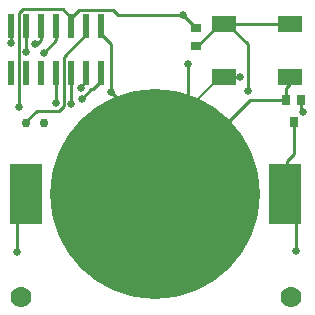
<source format=gbl>
G04*
G04 #@! TF.GenerationSoftware,Altium Limited,Altium Designer,18.1.9 (240)*
G04*
G04 Layer_Physical_Order=2*
G04 Layer_Color=16711680*
%FSLAX24Y24*%
%MOIN*%
G70*
G01*
G75*
%ADD10C,0.0070*%
%ADD17R,0.0350X0.0310*%
%ADD27C,0.0300*%
%ADD28C,0.0260*%
%ADD29C,0.0100*%
%ADD30C,0.0700*%
%ADD31R,0.0276X0.0354*%
%ADD32R,0.0248X0.0787*%
%ADD33R,0.0800X0.0550*%
%ADD34C,0.7000*%
%ADD35R,0.1098X0.2000*%
D10*
X6438Y7013D02*
Y7128D01*
X7405Y8095D01*
X7520D01*
D17*
X6590Y9720D02*
D03*
Y9100D02*
D03*
D27*
X1530Y6540D02*
D03*
X930D02*
D03*
D28*
X4120Y5387D02*
D03*
X1520Y8890D02*
D03*
X440Y9200D02*
D03*
X2786Y7356D02*
D03*
X2440Y7170D02*
D03*
X2750Y7725D02*
D03*
X3750Y7590D02*
D03*
X620Y2240D02*
D03*
X9910Y2280D02*
D03*
X3460Y3530D02*
D03*
X6170Y10140D02*
D03*
X8330Y7620D02*
D03*
X2357Y3201D02*
D03*
X690Y7096D02*
D03*
X940Y8910D02*
D03*
X1940Y7220D02*
D03*
X2380Y5710D02*
D03*
X1220Y9170D02*
D03*
X10170Y6900D02*
D03*
X4230Y1890D02*
D03*
X7029Y1730D02*
D03*
X8520Y4640D02*
D03*
X6320Y8530D02*
D03*
X8060Y8095D02*
D03*
D29*
X1520Y8890D02*
X1940Y9310D01*
Y9768D01*
X2786Y7356D02*
X3100Y7670D01*
X3150D01*
X2750Y7710D02*
Y7760D01*
X2940Y7950D01*
Y8232D01*
X2440Y7170D02*
Y8232D01*
X3750Y7590D02*
Y9190D01*
Y7590D02*
X5020Y6320D01*
X3440Y9500D02*
X3750Y9190D01*
X3440Y9500D02*
Y9768D01*
X620Y3885D02*
X915Y4180D01*
X620Y2240D02*
Y3885D01*
X9910Y2280D02*
Y3400D01*
X9565Y3745D02*
X9910Y3400D01*
X9565Y3745D02*
Y4180D01*
X3980Y10140D02*
X6170D01*
X6590Y9720D01*
Y9100D02*
X6640D01*
X7635Y9865D02*
X9720D01*
X7520D02*
X7635D01*
X7405D02*
X7520D01*
X6640Y9100D02*
X7405Y9865D01*
X7635D02*
X8330Y9170D01*
Y7620D02*
Y9170D01*
X6320Y5260D02*
X8384Y7324D01*
X5240Y4180D02*
X6320Y5260D01*
X8384Y7324D02*
X9594D01*
X690Y7096D02*
Y9014D01*
X1290Y6950D02*
X2040D01*
X940Y6600D02*
X1290Y6950D01*
X2440Y10050D02*
Y10060D01*
Y9768D02*
Y10050D01*
X690Y9014D02*
X700Y9024D01*
Y9314D01*
X696Y9318D02*
X700Y9314D01*
X696Y9318D02*
Y10211D01*
X835Y10350D01*
X2150D01*
X2440Y10060D01*
X2040Y6950D02*
X2190Y7100D01*
Y7324D01*
X2190Y7324D02*
X2190Y7324D01*
X2190Y7324D02*
Y8750D01*
X3150Y7670D02*
X3440Y7960D01*
X1940Y7220D02*
Y8232D01*
X2190Y8750D02*
X2940Y9500D01*
Y9768D01*
X2440Y9480D02*
Y9768D01*
X1440Y9310D02*
Y9768D01*
X1300Y9170D02*
X1440Y9310D01*
X1220Y9170D02*
X1300D01*
X940Y8910D02*
Y9768D01*
X3820Y10300D02*
X3980Y10140D01*
X2690Y10300D02*
X3820D01*
X2440Y10050D02*
X2690Y10300D01*
X10106Y6964D02*
X10170Y6900D01*
X10106Y6964D02*
Y7324D01*
X6320Y5260D02*
Y8530D01*
X9565Y4180D02*
X9610Y4225D01*
Y5270D01*
X9850Y5510D01*
Y6576D01*
X7520Y8095D02*
X8060D01*
X3440Y7960D02*
Y8232D01*
X5020Y4400D02*
Y6320D01*
Y4400D02*
X5240Y4180D01*
X440Y9200D02*
Y9768D01*
X9720Y7850D02*
Y8095D01*
X9594Y7724D02*
X9720Y7850D01*
X9594Y7324D02*
Y7724D01*
D30*
X750Y750D02*
D03*
X9750D02*
D03*
D31*
X10106Y7324D02*
D03*
X9594D02*
D03*
X9850Y6576D02*
D03*
D32*
X3440Y8232D02*
D03*
X2940D02*
D03*
X2440D02*
D03*
X1940D02*
D03*
X1440D02*
D03*
X940D02*
D03*
X440D02*
D03*
X3440Y9768D02*
D03*
X2940D02*
D03*
X2440D02*
D03*
X1940D02*
D03*
X1440D02*
D03*
X940D02*
D03*
X440D02*
D03*
D33*
X7520Y8095D02*
D03*
X9720D02*
D03*
X7520Y9865D02*
D03*
X9720D02*
D03*
D34*
X5240Y4180D02*
D03*
D35*
X915D02*
D03*
X9565D02*
D03*
M02*

</source>
